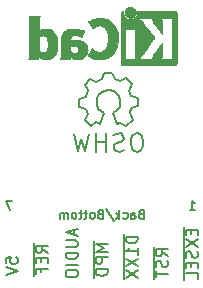
<source format=gbo>
%TF.GenerationSoftware,KiCad,Pcbnew,4.0.2+dfsg1-stable*%
%TF.CreationDate,2019-04-14T21:57:52+02:00*%
%TF.ProjectId,ECI-Breakout,4543492D427265616B6F75742E6B6963,rev?*%
%TF.FileFunction,Legend,Bot*%
%FSLAX46Y46*%
G04 Gerber Fmt 4.6, Leading zero omitted, Abs format (unit mm)*
G04 Created by KiCad (PCBNEW 4.0.2+dfsg1-stable) date Sun 14 Apr 2019 21:57:52 CEST*
%MOMM*%
G01*
G04 APERTURE LIST*
%ADD10C,0.100000*%
%ADD11C,0.010000*%
%ADD12C,0.150000*%
G04 APERTURE END LIST*
D10*
D11*
G36*
X135026400Y-89437054D02*
X135015535Y-89550993D01*
X134983918Y-89658616D01*
X134933015Y-89757615D01*
X134864293Y-89845684D01*
X134779219Y-89920516D01*
X134682232Y-89978384D01*
X134575964Y-90018005D01*
X134468950Y-90036573D01*
X134363300Y-90035434D01*
X134261125Y-90015930D01*
X134164534Y-89979406D01*
X134075638Y-89927205D01*
X133996546Y-89860673D01*
X133929369Y-89781152D01*
X133876217Y-89689987D01*
X133839199Y-89588523D01*
X133820427Y-89478102D01*
X133818489Y-89428206D01*
X133818489Y-89340267D01*
X133766560Y-89340267D01*
X133730253Y-89343111D01*
X133703355Y-89354911D01*
X133676249Y-89378649D01*
X133637867Y-89417031D01*
X133637867Y-91608602D01*
X133637876Y-91870739D01*
X133637908Y-92111241D01*
X133637972Y-92331048D01*
X133638076Y-92531101D01*
X133638227Y-92712344D01*
X133638434Y-92875716D01*
X133638706Y-93022160D01*
X133639050Y-93152617D01*
X133639474Y-93268029D01*
X133639987Y-93369338D01*
X133640597Y-93457484D01*
X133641312Y-93533410D01*
X133642140Y-93598057D01*
X133643089Y-93652367D01*
X133644167Y-93697280D01*
X133645383Y-93733740D01*
X133646745Y-93762687D01*
X133648261Y-93785063D01*
X133649938Y-93801809D01*
X133651786Y-93813868D01*
X133653813Y-93822180D01*
X133656025Y-93827687D01*
X133657108Y-93829537D01*
X133661271Y-93836549D01*
X133664805Y-93842996D01*
X133668635Y-93848900D01*
X133673682Y-93854286D01*
X133680871Y-93859178D01*
X133691123Y-93863598D01*
X133705364Y-93867572D01*
X133724514Y-93871121D01*
X133749499Y-93874270D01*
X133781240Y-93877042D01*
X133820662Y-93879461D01*
X133868686Y-93881551D01*
X133926237Y-93883335D01*
X133994237Y-93884837D01*
X134073610Y-93886080D01*
X134165279Y-93887089D01*
X134270166Y-93887885D01*
X134389196Y-93888494D01*
X134523290Y-93888939D01*
X134673373Y-93889243D01*
X134840367Y-93889430D01*
X135025196Y-93889524D01*
X135228783Y-93889548D01*
X135452050Y-93889525D01*
X135695922Y-93889480D01*
X135961321Y-93889437D01*
X135999704Y-93889432D01*
X136266682Y-93889389D01*
X136512002Y-93889318D01*
X136736583Y-93889213D01*
X136941345Y-93889066D01*
X137127206Y-93888869D01*
X137295088Y-93888616D01*
X137445908Y-93888300D01*
X137580587Y-93887913D01*
X137700044Y-93887447D01*
X137805199Y-93886897D01*
X137896971Y-93886253D01*
X137976279Y-93885511D01*
X138044043Y-93884661D01*
X138101182Y-93883697D01*
X138148617Y-93882611D01*
X138187266Y-93881397D01*
X138218049Y-93880047D01*
X138241885Y-93878555D01*
X138259694Y-93876911D01*
X138272395Y-93875111D01*
X138280908Y-93873145D01*
X138285266Y-93871477D01*
X138293728Y-93867906D01*
X138301497Y-93865270D01*
X138308602Y-93862634D01*
X138315073Y-93859062D01*
X138320939Y-93853621D01*
X138326229Y-93845375D01*
X138330974Y-93833390D01*
X138335202Y-93816731D01*
X138338943Y-93794463D01*
X138342227Y-93765652D01*
X138345083Y-93729363D01*
X138347540Y-93684661D01*
X138349629Y-93630611D01*
X138351378Y-93566279D01*
X138352817Y-93490730D01*
X138353976Y-93403030D01*
X138354883Y-93302243D01*
X138355569Y-93187434D01*
X138356063Y-93057670D01*
X138356395Y-92912015D01*
X138356593Y-92749535D01*
X138356687Y-92569295D01*
X138356708Y-92370360D01*
X138356685Y-92151796D01*
X138356646Y-91912668D01*
X138356622Y-91652040D01*
X138356622Y-91609889D01*
X138356636Y-91346992D01*
X138356661Y-91105732D01*
X138356671Y-90885165D01*
X138356642Y-90684352D01*
X138356548Y-90502349D01*
X138356362Y-90338216D01*
X138356059Y-90191011D01*
X138355614Y-90059792D01*
X138355034Y-89949867D01*
X138052197Y-89949867D01*
X138012407Y-90007711D01*
X138001236Y-90023479D01*
X137991166Y-90037441D01*
X137982138Y-90050784D01*
X137974097Y-90064693D01*
X137966986Y-90080356D01*
X137960747Y-90098958D01*
X137955325Y-90121686D01*
X137950662Y-90149727D01*
X137946701Y-90184267D01*
X137943385Y-90226492D01*
X137940659Y-90277589D01*
X137938464Y-90338744D01*
X137936745Y-90411144D01*
X137935444Y-90495975D01*
X137934505Y-90594422D01*
X137933870Y-90707674D01*
X137933484Y-90836916D01*
X137933288Y-90983334D01*
X137933227Y-91148116D01*
X137933243Y-91332447D01*
X137933280Y-91537513D01*
X137933289Y-91660133D01*
X137933265Y-91877082D01*
X137933231Y-92072642D01*
X137933243Y-92247999D01*
X137933358Y-92404341D01*
X137933630Y-92542857D01*
X137934118Y-92664734D01*
X137934876Y-92771160D01*
X137935962Y-92863322D01*
X137937431Y-92942409D01*
X137939340Y-93009608D01*
X137941744Y-93066107D01*
X137944701Y-93113093D01*
X137948266Y-93151755D01*
X137952495Y-93183280D01*
X137957446Y-93208855D01*
X137963173Y-93229670D01*
X137969733Y-93246911D01*
X137977183Y-93261765D01*
X137985579Y-93275422D01*
X137994976Y-93289069D01*
X138005432Y-93303893D01*
X138011523Y-93312783D01*
X138050296Y-93370400D01*
X137518732Y-93370400D01*
X137395483Y-93370365D01*
X137292987Y-93370215D01*
X137209420Y-93369878D01*
X137142956Y-93369286D01*
X137091771Y-93368367D01*
X137054041Y-93367051D01*
X137027940Y-93365269D01*
X137011644Y-93362951D01*
X137003328Y-93360026D01*
X137001168Y-93356424D01*
X137003339Y-93352075D01*
X137004535Y-93350645D01*
X137029685Y-93313573D01*
X137055583Y-93260772D01*
X137079192Y-93198770D01*
X137087461Y-93172357D01*
X137092078Y-93154416D01*
X137095979Y-93133355D01*
X137099248Y-93107089D01*
X137101966Y-93073532D01*
X137104215Y-93030599D01*
X137106077Y-92976204D01*
X137107636Y-92908262D01*
X137108972Y-92824688D01*
X137110169Y-92723395D01*
X137111308Y-92602300D01*
X137111685Y-92557600D01*
X137112702Y-92432449D01*
X137113460Y-92328082D01*
X137113903Y-92242707D01*
X137113970Y-92174533D01*
X137113605Y-92121765D01*
X137112748Y-92082614D01*
X137111341Y-92055285D01*
X137109325Y-92037986D01*
X137106643Y-92028926D01*
X137103236Y-92026312D01*
X137099044Y-92028351D01*
X137094571Y-92032667D01*
X137084216Y-92045602D01*
X137062158Y-92074676D01*
X137029957Y-92117759D01*
X136989174Y-92172718D01*
X136941370Y-92237423D01*
X136888105Y-92309742D01*
X136830940Y-92387544D01*
X136771437Y-92468698D01*
X136711155Y-92551072D01*
X136651655Y-92632536D01*
X136594498Y-92710957D01*
X136541245Y-92784204D01*
X136493457Y-92850147D01*
X136452693Y-92906654D01*
X136420516Y-92951593D01*
X136398485Y-92982834D01*
X136393917Y-92989466D01*
X136370996Y-93026369D01*
X136344188Y-93074359D01*
X136318789Y-93123897D01*
X136315568Y-93130577D01*
X136293890Y-93178772D01*
X136281304Y-93216334D01*
X136275574Y-93252160D01*
X136274456Y-93294200D01*
X136275090Y-93370400D01*
X135120651Y-93370400D01*
X135211815Y-93276669D01*
X135258612Y-93226775D01*
X135308899Y-93170295D01*
X135354944Y-93116026D01*
X135375369Y-93090673D01*
X135405807Y-93051128D01*
X135445862Y-92997916D01*
X135494361Y-92932667D01*
X135550135Y-92857011D01*
X135612011Y-92772577D01*
X135678819Y-92680994D01*
X135749387Y-92583892D01*
X135822545Y-92482901D01*
X135897121Y-92379650D01*
X135971944Y-92275768D01*
X136045843Y-92172885D01*
X136117646Y-92072631D01*
X136186184Y-91976636D01*
X136250284Y-91886527D01*
X136308775Y-91803936D01*
X136360486Y-91730492D01*
X136404247Y-91667824D01*
X136438885Y-91617561D01*
X136463230Y-91581334D01*
X136476111Y-91560771D01*
X136477869Y-91556668D01*
X136469910Y-91545342D01*
X136449115Y-91518162D01*
X136416847Y-91476829D01*
X136374470Y-91423044D01*
X136323347Y-91358506D01*
X136264841Y-91284918D01*
X136200314Y-91203978D01*
X136131131Y-91117388D01*
X136058653Y-91026848D01*
X135984246Y-90934060D01*
X135924517Y-90859702D01*
X134913511Y-90859702D01*
X134907602Y-90872659D01*
X134893272Y-90894908D01*
X134892225Y-90896391D01*
X134873438Y-90926544D01*
X134853791Y-90963375D01*
X134849892Y-90971511D01*
X134846356Y-90979940D01*
X134843230Y-90990059D01*
X134840486Y-91003260D01*
X134838092Y-91020938D01*
X134836019Y-91044484D01*
X134834235Y-91075293D01*
X134832712Y-91114757D01*
X134831419Y-91164269D01*
X134830326Y-91225223D01*
X134829403Y-91299011D01*
X134828619Y-91387028D01*
X134827945Y-91490665D01*
X134827350Y-91611316D01*
X134826805Y-91750374D01*
X134826279Y-91909232D01*
X134825745Y-92088089D01*
X134825206Y-92273207D01*
X134824772Y-92437145D01*
X134824509Y-92581303D01*
X134824484Y-92707079D01*
X134824765Y-92815871D01*
X134825419Y-92909077D01*
X134826514Y-92988097D01*
X134828118Y-93054328D01*
X134830297Y-93109170D01*
X134833119Y-93154021D01*
X134836651Y-93190278D01*
X134840961Y-93219341D01*
X134846117Y-93242609D01*
X134852185Y-93261479D01*
X134859233Y-93277351D01*
X134867329Y-93291622D01*
X134876540Y-93305691D01*
X134885040Y-93318158D01*
X134902176Y-93344452D01*
X134912322Y-93362037D01*
X134913511Y-93365257D01*
X134902604Y-93366334D01*
X134871411Y-93367335D01*
X134822223Y-93368235D01*
X134757333Y-93369010D01*
X134679030Y-93369637D01*
X134589607Y-93370091D01*
X134491356Y-93370349D01*
X134422445Y-93370400D01*
X134317452Y-93370180D01*
X134220610Y-93369548D01*
X134134107Y-93368549D01*
X134060132Y-93367227D01*
X134000874Y-93365626D01*
X133958520Y-93363791D01*
X133935260Y-93361765D01*
X133931378Y-93360493D01*
X133939076Y-93345591D01*
X133947074Y-93337560D01*
X133960246Y-93320434D01*
X133977485Y-93290183D01*
X133989407Y-93265622D01*
X134016045Y-93206711D01*
X134019120Y-92029845D01*
X134022195Y-90852978D01*
X134467853Y-90852978D01*
X134565670Y-90853142D01*
X134656064Y-90853611D01*
X134736630Y-90854347D01*
X134804962Y-90855316D01*
X134858656Y-90856480D01*
X134895305Y-90857803D01*
X134912504Y-90859249D01*
X134913511Y-90859702D01*
X135924517Y-90859702D01*
X135909270Y-90840722D01*
X135835090Y-90748537D01*
X135763069Y-90659204D01*
X135694569Y-90574424D01*
X135630955Y-90495898D01*
X135573588Y-90425326D01*
X135523833Y-90364409D01*
X135483052Y-90314847D01*
X135465888Y-90294178D01*
X135379596Y-90193516D01*
X135302997Y-90110259D01*
X135234183Y-90042438D01*
X135171248Y-89988089D01*
X135161867Y-89980722D01*
X135122356Y-89950117D01*
X136254116Y-89949867D01*
X136248827Y-89997844D01*
X136252130Y-90055188D01*
X136273661Y-90123463D01*
X136313635Y-90203212D01*
X136358943Y-90275495D01*
X136375161Y-90298140D01*
X136403214Y-90335696D01*
X136441430Y-90386021D01*
X136488137Y-90446973D01*
X136541661Y-90516411D01*
X136600331Y-90592194D01*
X136662475Y-90672180D01*
X136726421Y-90754228D01*
X136790495Y-90836196D01*
X136853027Y-90915943D01*
X136912343Y-90991327D01*
X136966771Y-91060207D01*
X137014639Y-91120442D01*
X137054275Y-91169889D01*
X137084006Y-91206408D01*
X137102161Y-91227858D01*
X137105220Y-91231156D01*
X137108079Y-91223149D01*
X137110293Y-91192855D01*
X137111857Y-91140556D01*
X137112767Y-91066531D01*
X137113020Y-90971063D01*
X137112613Y-90854434D01*
X137111704Y-90734445D01*
X137110382Y-90602333D01*
X137108857Y-90490594D01*
X137106881Y-90397025D01*
X137104206Y-90319419D01*
X137100582Y-90255574D01*
X137095761Y-90203283D01*
X137089494Y-90160344D01*
X137081532Y-90124551D01*
X137071627Y-90093700D01*
X137059531Y-90065586D01*
X137044993Y-90038005D01*
X137030311Y-90012966D01*
X136992314Y-89949867D01*
X138052197Y-89949867D01*
X138355034Y-89949867D01*
X138355001Y-89943617D01*
X138354195Y-89841544D01*
X138353170Y-89752633D01*
X138351900Y-89675941D01*
X138350360Y-89610527D01*
X138348524Y-89555449D01*
X138346367Y-89509765D01*
X138343863Y-89472534D01*
X138340987Y-89442813D01*
X138337713Y-89419662D01*
X138334015Y-89402139D01*
X138329869Y-89389301D01*
X138325247Y-89380208D01*
X138320126Y-89373918D01*
X138314478Y-89369488D01*
X138308279Y-89365978D01*
X138301504Y-89362445D01*
X138295508Y-89358876D01*
X138290275Y-89356300D01*
X138282099Y-89353972D01*
X138269886Y-89351878D01*
X138252541Y-89350007D01*
X138228969Y-89348347D01*
X138198077Y-89346884D01*
X138158768Y-89345608D01*
X138109950Y-89344504D01*
X138050527Y-89343561D01*
X137979404Y-89342767D01*
X137895488Y-89342109D01*
X137797683Y-89341575D01*
X137684894Y-89341153D01*
X137556029Y-89340829D01*
X137409991Y-89340592D01*
X137245686Y-89340430D01*
X137062020Y-89340330D01*
X136857897Y-89340280D01*
X136646753Y-89340267D01*
X135026400Y-89340267D01*
X135026400Y-89437054D01*
X135026400Y-89437054D01*
G37*
X135026400Y-89437054D02*
X135015535Y-89550993D01*
X134983918Y-89658616D01*
X134933015Y-89757615D01*
X134864293Y-89845684D01*
X134779219Y-89920516D01*
X134682232Y-89978384D01*
X134575964Y-90018005D01*
X134468950Y-90036573D01*
X134363300Y-90035434D01*
X134261125Y-90015930D01*
X134164534Y-89979406D01*
X134075638Y-89927205D01*
X133996546Y-89860673D01*
X133929369Y-89781152D01*
X133876217Y-89689987D01*
X133839199Y-89588523D01*
X133820427Y-89478102D01*
X133818489Y-89428206D01*
X133818489Y-89340267D01*
X133766560Y-89340267D01*
X133730253Y-89343111D01*
X133703355Y-89354911D01*
X133676249Y-89378649D01*
X133637867Y-89417031D01*
X133637867Y-91608602D01*
X133637876Y-91870739D01*
X133637908Y-92111241D01*
X133637972Y-92331048D01*
X133638076Y-92531101D01*
X133638227Y-92712344D01*
X133638434Y-92875716D01*
X133638706Y-93022160D01*
X133639050Y-93152617D01*
X133639474Y-93268029D01*
X133639987Y-93369338D01*
X133640597Y-93457484D01*
X133641312Y-93533410D01*
X133642140Y-93598057D01*
X133643089Y-93652367D01*
X133644167Y-93697280D01*
X133645383Y-93733740D01*
X133646745Y-93762687D01*
X133648261Y-93785063D01*
X133649938Y-93801809D01*
X133651786Y-93813868D01*
X133653813Y-93822180D01*
X133656025Y-93827687D01*
X133657108Y-93829537D01*
X133661271Y-93836549D01*
X133664805Y-93842996D01*
X133668635Y-93848900D01*
X133673682Y-93854286D01*
X133680871Y-93859178D01*
X133691123Y-93863598D01*
X133705364Y-93867572D01*
X133724514Y-93871121D01*
X133749499Y-93874270D01*
X133781240Y-93877042D01*
X133820662Y-93879461D01*
X133868686Y-93881551D01*
X133926237Y-93883335D01*
X133994237Y-93884837D01*
X134073610Y-93886080D01*
X134165279Y-93887089D01*
X134270166Y-93887885D01*
X134389196Y-93888494D01*
X134523290Y-93888939D01*
X134673373Y-93889243D01*
X134840367Y-93889430D01*
X135025196Y-93889524D01*
X135228783Y-93889548D01*
X135452050Y-93889525D01*
X135695922Y-93889480D01*
X135961321Y-93889437D01*
X135999704Y-93889432D01*
X136266682Y-93889389D01*
X136512002Y-93889318D01*
X136736583Y-93889213D01*
X136941345Y-93889066D01*
X137127206Y-93888869D01*
X137295088Y-93888616D01*
X137445908Y-93888300D01*
X137580587Y-93887913D01*
X137700044Y-93887447D01*
X137805199Y-93886897D01*
X137896971Y-93886253D01*
X137976279Y-93885511D01*
X138044043Y-93884661D01*
X138101182Y-93883697D01*
X138148617Y-93882611D01*
X138187266Y-93881397D01*
X138218049Y-93880047D01*
X138241885Y-93878555D01*
X138259694Y-93876911D01*
X138272395Y-93875111D01*
X138280908Y-93873145D01*
X138285266Y-93871477D01*
X138293728Y-93867906D01*
X138301497Y-93865270D01*
X138308602Y-93862634D01*
X138315073Y-93859062D01*
X138320939Y-93853621D01*
X138326229Y-93845375D01*
X138330974Y-93833390D01*
X138335202Y-93816731D01*
X138338943Y-93794463D01*
X138342227Y-93765652D01*
X138345083Y-93729363D01*
X138347540Y-93684661D01*
X138349629Y-93630611D01*
X138351378Y-93566279D01*
X138352817Y-93490730D01*
X138353976Y-93403030D01*
X138354883Y-93302243D01*
X138355569Y-93187434D01*
X138356063Y-93057670D01*
X138356395Y-92912015D01*
X138356593Y-92749535D01*
X138356687Y-92569295D01*
X138356708Y-92370360D01*
X138356685Y-92151796D01*
X138356646Y-91912668D01*
X138356622Y-91652040D01*
X138356622Y-91609889D01*
X138356636Y-91346992D01*
X138356661Y-91105732D01*
X138356671Y-90885165D01*
X138356642Y-90684352D01*
X138356548Y-90502349D01*
X138356362Y-90338216D01*
X138356059Y-90191011D01*
X138355614Y-90059792D01*
X138355034Y-89949867D01*
X138052197Y-89949867D01*
X138012407Y-90007711D01*
X138001236Y-90023479D01*
X137991166Y-90037441D01*
X137982138Y-90050784D01*
X137974097Y-90064693D01*
X137966986Y-90080356D01*
X137960747Y-90098958D01*
X137955325Y-90121686D01*
X137950662Y-90149727D01*
X137946701Y-90184267D01*
X137943385Y-90226492D01*
X137940659Y-90277589D01*
X137938464Y-90338744D01*
X137936745Y-90411144D01*
X137935444Y-90495975D01*
X137934505Y-90594422D01*
X137933870Y-90707674D01*
X137933484Y-90836916D01*
X137933288Y-90983334D01*
X137933227Y-91148116D01*
X137933243Y-91332447D01*
X137933280Y-91537513D01*
X137933289Y-91660133D01*
X137933265Y-91877082D01*
X137933231Y-92072642D01*
X137933243Y-92247999D01*
X137933358Y-92404341D01*
X137933630Y-92542857D01*
X137934118Y-92664734D01*
X137934876Y-92771160D01*
X137935962Y-92863322D01*
X137937431Y-92942409D01*
X137939340Y-93009608D01*
X137941744Y-93066107D01*
X137944701Y-93113093D01*
X137948266Y-93151755D01*
X137952495Y-93183280D01*
X137957446Y-93208855D01*
X137963173Y-93229670D01*
X137969733Y-93246911D01*
X137977183Y-93261765D01*
X137985579Y-93275422D01*
X137994976Y-93289069D01*
X138005432Y-93303893D01*
X138011523Y-93312783D01*
X138050296Y-93370400D01*
X137518732Y-93370400D01*
X137395483Y-93370365D01*
X137292987Y-93370215D01*
X137209420Y-93369878D01*
X137142956Y-93369286D01*
X137091771Y-93368367D01*
X137054041Y-93367051D01*
X137027940Y-93365269D01*
X137011644Y-93362951D01*
X137003328Y-93360026D01*
X137001168Y-93356424D01*
X137003339Y-93352075D01*
X137004535Y-93350645D01*
X137029685Y-93313573D01*
X137055583Y-93260772D01*
X137079192Y-93198770D01*
X137087461Y-93172357D01*
X137092078Y-93154416D01*
X137095979Y-93133355D01*
X137099248Y-93107089D01*
X137101966Y-93073532D01*
X137104215Y-93030599D01*
X137106077Y-92976204D01*
X137107636Y-92908262D01*
X137108972Y-92824688D01*
X137110169Y-92723395D01*
X137111308Y-92602300D01*
X137111685Y-92557600D01*
X137112702Y-92432449D01*
X137113460Y-92328082D01*
X137113903Y-92242707D01*
X137113970Y-92174533D01*
X137113605Y-92121765D01*
X137112748Y-92082614D01*
X137111341Y-92055285D01*
X137109325Y-92037986D01*
X137106643Y-92028926D01*
X137103236Y-92026312D01*
X137099044Y-92028351D01*
X137094571Y-92032667D01*
X137084216Y-92045602D01*
X137062158Y-92074676D01*
X137029957Y-92117759D01*
X136989174Y-92172718D01*
X136941370Y-92237423D01*
X136888105Y-92309742D01*
X136830940Y-92387544D01*
X136771437Y-92468698D01*
X136711155Y-92551072D01*
X136651655Y-92632536D01*
X136594498Y-92710957D01*
X136541245Y-92784204D01*
X136493457Y-92850147D01*
X136452693Y-92906654D01*
X136420516Y-92951593D01*
X136398485Y-92982834D01*
X136393917Y-92989466D01*
X136370996Y-93026369D01*
X136344188Y-93074359D01*
X136318789Y-93123897D01*
X136315568Y-93130577D01*
X136293890Y-93178772D01*
X136281304Y-93216334D01*
X136275574Y-93252160D01*
X136274456Y-93294200D01*
X136275090Y-93370400D01*
X135120651Y-93370400D01*
X135211815Y-93276669D01*
X135258612Y-93226775D01*
X135308899Y-93170295D01*
X135354944Y-93116026D01*
X135375369Y-93090673D01*
X135405807Y-93051128D01*
X135445862Y-92997916D01*
X135494361Y-92932667D01*
X135550135Y-92857011D01*
X135612011Y-92772577D01*
X135678819Y-92680994D01*
X135749387Y-92583892D01*
X135822545Y-92482901D01*
X135897121Y-92379650D01*
X135971944Y-92275768D01*
X136045843Y-92172885D01*
X136117646Y-92072631D01*
X136186184Y-91976636D01*
X136250284Y-91886527D01*
X136308775Y-91803936D01*
X136360486Y-91730492D01*
X136404247Y-91667824D01*
X136438885Y-91617561D01*
X136463230Y-91581334D01*
X136476111Y-91560771D01*
X136477869Y-91556668D01*
X136469910Y-91545342D01*
X136449115Y-91518162D01*
X136416847Y-91476829D01*
X136374470Y-91423044D01*
X136323347Y-91358506D01*
X136264841Y-91284918D01*
X136200314Y-91203978D01*
X136131131Y-91117388D01*
X136058653Y-91026848D01*
X135984246Y-90934060D01*
X135924517Y-90859702D01*
X134913511Y-90859702D01*
X134907602Y-90872659D01*
X134893272Y-90894908D01*
X134892225Y-90896391D01*
X134873438Y-90926544D01*
X134853791Y-90963375D01*
X134849892Y-90971511D01*
X134846356Y-90979940D01*
X134843230Y-90990059D01*
X134840486Y-91003260D01*
X134838092Y-91020938D01*
X134836019Y-91044484D01*
X134834235Y-91075293D01*
X134832712Y-91114757D01*
X134831419Y-91164269D01*
X134830326Y-91225223D01*
X134829403Y-91299011D01*
X134828619Y-91387028D01*
X134827945Y-91490665D01*
X134827350Y-91611316D01*
X134826805Y-91750374D01*
X134826279Y-91909232D01*
X134825745Y-92088089D01*
X134825206Y-92273207D01*
X134824772Y-92437145D01*
X134824509Y-92581303D01*
X134824484Y-92707079D01*
X134824765Y-92815871D01*
X134825419Y-92909077D01*
X134826514Y-92988097D01*
X134828118Y-93054328D01*
X134830297Y-93109170D01*
X134833119Y-93154021D01*
X134836651Y-93190278D01*
X134840961Y-93219341D01*
X134846117Y-93242609D01*
X134852185Y-93261479D01*
X134859233Y-93277351D01*
X134867329Y-93291622D01*
X134876540Y-93305691D01*
X134885040Y-93318158D01*
X134902176Y-93344452D01*
X134912322Y-93362037D01*
X134913511Y-93365257D01*
X134902604Y-93366334D01*
X134871411Y-93367335D01*
X134822223Y-93368235D01*
X134757333Y-93369010D01*
X134679030Y-93369637D01*
X134589607Y-93370091D01*
X134491356Y-93370349D01*
X134422445Y-93370400D01*
X134317452Y-93370180D01*
X134220610Y-93369548D01*
X134134107Y-93368549D01*
X134060132Y-93367227D01*
X134000874Y-93365626D01*
X133958520Y-93363791D01*
X133935260Y-93361765D01*
X133931378Y-93360493D01*
X133939076Y-93345591D01*
X133947074Y-93337560D01*
X133960246Y-93320434D01*
X133977485Y-93290183D01*
X133989407Y-93265622D01*
X134016045Y-93206711D01*
X134019120Y-92029845D01*
X134022195Y-90852978D01*
X134467853Y-90852978D01*
X134565670Y-90853142D01*
X134656064Y-90853611D01*
X134736630Y-90854347D01*
X134804962Y-90855316D01*
X134858656Y-90856480D01*
X134895305Y-90857803D01*
X134912504Y-90859249D01*
X134913511Y-90859702D01*
X135924517Y-90859702D01*
X135909270Y-90840722D01*
X135835090Y-90748537D01*
X135763069Y-90659204D01*
X135694569Y-90574424D01*
X135630955Y-90495898D01*
X135573588Y-90425326D01*
X135523833Y-90364409D01*
X135483052Y-90314847D01*
X135465888Y-90294178D01*
X135379596Y-90193516D01*
X135302997Y-90110259D01*
X135234183Y-90042438D01*
X135171248Y-89988089D01*
X135161867Y-89980722D01*
X135122356Y-89950117D01*
X136254116Y-89949867D01*
X136248827Y-89997844D01*
X136252130Y-90055188D01*
X136273661Y-90123463D01*
X136313635Y-90203212D01*
X136358943Y-90275495D01*
X136375161Y-90298140D01*
X136403214Y-90335696D01*
X136441430Y-90386021D01*
X136488137Y-90446973D01*
X136541661Y-90516411D01*
X136600331Y-90592194D01*
X136662475Y-90672180D01*
X136726421Y-90754228D01*
X136790495Y-90836196D01*
X136853027Y-90915943D01*
X136912343Y-90991327D01*
X136966771Y-91060207D01*
X137014639Y-91120442D01*
X137054275Y-91169889D01*
X137084006Y-91206408D01*
X137102161Y-91227858D01*
X137105220Y-91231156D01*
X137108079Y-91223149D01*
X137110293Y-91192855D01*
X137111857Y-91140556D01*
X137112767Y-91066531D01*
X137113020Y-90971063D01*
X137112613Y-90854434D01*
X137111704Y-90734445D01*
X137110382Y-90602333D01*
X137108857Y-90490594D01*
X137106881Y-90397025D01*
X137104206Y-90319419D01*
X137100582Y-90255574D01*
X137095761Y-90203283D01*
X137089494Y-90160344D01*
X137081532Y-90124551D01*
X137071627Y-90093700D01*
X137059531Y-90065586D01*
X137044993Y-90038005D01*
X137030311Y-90012966D01*
X136992314Y-89949867D01*
X138052197Y-89949867D01*
X138355034Y-89949867D01*
X138355001Y-89943617D01*
X138354195Y-89841544D01*
X138353170Y-89752633D01*
X138351900Y-89675941D01*
X138350360Y-89610527D01*
X138348524Y-89555449D01*
X138346367Y-89509765D01*
X138343863Y-89472534D01*
X138340987Y-89442813D01*
X138337713Y-89419662D01*
X138334015Y-89402139D01*
X138329869Y-89389301D01*
X138325247Y-89380208D01*
X138320126Y-89373918D01*
X138314478Y-89369488D01*
X138308279Y-89365978D01*
X138301504Y-89362445D01*
X138295508Y-89358876D01*
X138290275Y-89356300D01*
X138282099Y-89353972D01*
X138269886Y-89351878D01*
X138252541Y-89350007D01*
X138228969Y-89348347D01*
X138198077Y-89346884D01*
X138158768Y-89345608D01*
X138109950Y-89344504D01*
X138050527Y-89343561D01*
X137979404Y-89342767D01*
X137895488Y-89342109D01*
X137797683Y-89341575D01*
X137684894Y-89341153D01*
X137556029Y-89340829D01*
X137409991Y-89340592D01*
X137245686Y-89340430D01*
X137062020Y-89340330D01*
X136857897Y-89340280D01*
X136646753Y-89340267D01*
X135026400Y-89340267D01*
X135026400Y-89437054D01*
G36*
X131751571Y-89897071D02*
X131591430Y-89918245D01*
X131427490Y-89958385D01*
X131257687Y-90017889D01*
X131079957Y-90097154D01*
X131068690Y-90102699D01*
X131010995Y-90130725D01*
X130959448Y-90154802D01*
X130917809Y-90173249D01*
X130889838Y-90184386D01*
X130880267Y-90186933D01*
X130861050Y-90191941D01*
X130856439Y-90196147D01*
X130861542Y-90206580D01*
X130877582Y-90232868D01*
X130902712Y-90272257D01*
X130935086Y-90321991D01*
X130972857Y-90379315D01*
X131014178Y-90441476D01*
X131057202Y-90505718D01*
X131100083Y-90569285D01*
X131140974Y-90629425D01*
X131178029Y-90683380D01*
X131209400Y-90728397D01*
X131233241Y-90761721D01*
X131247706Y-90780597D01*
X131249691Y-90782787D01*
X131259809Y-90778138D01*
X131282150Y-90760962D01*
X131312720Y-90734440D01*
X131328464Y-90719964D01*
X131424953Y-90644682D01*
X131531664Y-90589241D01*
X131647168Y-90554141D01*
X131770038Y-90539880D01*
X131839439Y-90541051D01*
X131960577Y-90558212D01*
X132069795Y-90594094D01*
X132167418Y-90648959D01*
X132253772Y-90723070D01*
X132329185Y-90816688D01*
X132393982Y-90930076D01*
X132431399Y-91016667D01*
X132475252Y-91152366D01*
X132507572Y-91299850D01*
X132528443Y-91455314D01*
X132537949Y-91614956D01*
X132536173Y-91774973D01*
X132523197Y-91931561D01*
X132499106Y-92080918D01*
X132463982Y-92219240D01*
X132417908Y-92342724D01*
X132401627Y-92376978D01*
X132333380Y-92491064D01*
X132252921Y-92587557D01*
X132161430Y-92665670D01*
X132060089Y-92724617D01*
X131950080Y-92763612D01*
X131832585Y-92781868D01*
X131791117Y-92783211D01*
X131669559Y-92772290D01*
X131549122Y-92739474D01*
X131431334Y-92685439D01*
X131317723Y-92610865D01*
X131226315Y-92532539D01*
X131179785Y-92488008D01*
X130998517Y-92785271D01*
X130953420Y-92859433D01*
X130912181Y-92927646D01*
X130876265Y-92987459D01*
X130847134Y-93036420D01*
X130826250Y-93072079D01*
X130815076Y-93091984D01*
X130813625Y-93095079D01*
X130821854Y-93104718D01*
X130847433Y-93121999D01*
X130887127Y-93145283D01*
X130937703Y-93172934D01*
X130995926Y-93203315D01*
X131058563Y-93234790D01*
X131122379Y-93265722D01*
X131184140Y-93294473D01*
X131240612Y-93319408D01*
X131288562Y-93338889D01*
X131312014Y-93347318D01*
X131445779Y-93385133D01*
X131583673Y-93410136D01*
X131731378Y-93423140D01*
X131858167Y-93425468D01*
X131926122Y-93424373D01*
X131991723Y-93422275D01*
X132049153Y-93419434D01*
X132092597Y-93416106D01*
X132106702Y-93414422D01*
X132245716Y-93385587D01*
X132387243Y-93340468D01*
X132524725Y-93281750D01*
X132651606Y-93212120D01*
X132729111Y-93159441D01*
X132856519Y-93051239D01*
X132974822Y-92924671D01*
X133081828Y-92782866D01*
X133175348Y-92628951D01*
X133253190Y-92466053D01*
X133297044Y-92348756D01*
X133347292Y-92165128D01*
X133380791Y-91970581D01*
X133397551Y-91769325D01*
X133397584Y-91565568D01*
X133380899Y-91363521D01*
X133347507Y-91167392D01*
X133297420Y-90981391D01*
X133293603Y-90969803D01*
X133230719Y-90807750D01*
X133153972Y-90659832D01*
X133060758Y-90521865D01*
X132948473Y-90389661D01*
X132904608Y-90344399D01*
X132768466Y-90220457D01*
X132628509Y-90117915D01*
X132482589Y-90035656D01*
X132328558Y-89972564D01*
X132164268Y-89927523D01*
X132068711Y-89910033D01*
X131909977Y-89894466D01*
X131751571Y-89897071D01*
X131751571Y-89897071D01*
G37*
X131751571Y-89897071D02*
X131591430Y-89918245D01*
X131427490Y-89958385D01*
X131257687Y-90017889D01*
X131079957Y-90097154D01*
X131068690Y-90102699D01*
X131010995Y-90130725D01*
X130959448Y-90154802D01*
X130917809Y-90173249D01*
X130889838Y-90184386D01*
X130880267Y-90186933D01*
X130861050Y-90191941D01*
X130856439Y-90196147D01*
X130861542Y-90206580D01*
X130877582Y-90232868D01*
X130902712Y-90272257D01*
X130935086Y-90321991D01*
X130972857Y-90379315D01*
X131014178Y-90441476D01*
X131057202Y-90505718D01*
X131100083Y-90569285D01*
X131140974Y-90629425D01*
X131178029Y-90683380D01*
X131209400Y-90728397D01*
X131233241Y-90761721D01*
X131247706Y-90780597D01*
X131249691Y-90782787D01*
X131259809Y-90778138D01*
X131282150Y-90760962D01*
X131312720Y-90734440D01*
X131328464Y-90719964D01*
X131424953Y-90644682D01*
X131531664Y-90589241D01*
X131647168Y-90554141D01*
X131770038Y-90539880D01*
X131839439Y-90541051D01*
X131960577Y-90558212D01*
X132069795Y-90594094D01*
X132167418Y-90648959D01*
X132253772Y-90723070D01*
X132329185Y-90816688D01*
X132393982Y-90930076D01*
X132431399Y-91016667D01*
X132475252Y-91152366D01*
X132507572Y-91299850D01*
X132528443Y-91455314D01*
X132537949Y-91614956D01*
X132536173Y-91774973D01*
X132523197Y-91931561D01*
X132499106Y-92080918D01*
X132463982Y-92219240D01*
X132417908Y-92342724D01*
X132401627Y-92376978D01*
X132333380Y-92491064D01*
X132252921Y-92587557D01*
X132161430Y-92665670D01*
X132060089Y-92724617D01*
X131950080Y-92763612D01*
X131832585Y-92781868D01*
X131791117Y-92783211D01*
X131669559Y-92772290D01*
X131549122Y-92739474D01*
X131431334Y-92685439D01*
X131317723Y-92610865D01*
X131226315Y-92532539D01*
X131179785Y-92488008D01*
X130998517Y-92785271D01*
X130953420Y-92859433D01*
X130912181Y-92927646D01*
X130876265Y-92987459D01*
X130847134Y-93036420D01*
X130826250Y-93072079D01*
X130815076Y-93091984D01*
X130813625Y-93095079D01*
X130821854Y-93104718D01*
X130847433Y-93121999D01*
X130887127Y-93145283D01*
X130937703Y-93172934D01*
X130995926Y-93203315D01*
X131058563Y-93234790D01*
X131122379Y-93265722D01*
X131184140Y-93294473D01*
X131240612Y-93319408D01*
X131288562Y-93338889D01*
X131312014Y-93347318D01*
X131445779Y-93385133D01*
X131583673Y-93410136D01*
X131731378Y-93423140D01*
X131858167Y-93425468D01*
X131926122Y-93424373D01*
X131991723Y-93422275D01*
X132049153Y-93419434D01*
X132092597Y-93416106D01*
X132106702Y-93414422D01*
X132245716Y-93385587D01*
X132387243Y-93340468D01*
X132524725Y-93281750D01*
X132651606Y-93212120D01*
X132729111Y-93159441D01*
X132856519Y-93051239D01*
X132974822Y-92924671D01*
X133081828Y-92782866D01*
X133175348Y-92628951D01*
X133253190Y-92466053D01*
X133297044Y-92348756D01*
X133347292Y-92165128D01*
X133380791Y-91970581D01*
X133397551Y-91769325D01*
X133397584Y-91565568D01*
X133380899Y-91363521D01*
X133347507Y-91167392D01*
X133297420Y-90981391D01*
X133293603Y-90969803D01*
X133230719Y-90807750D01*
X133153972Y-90659832D01*
X133060758Y-90521865D01*
X132948473Y-90389661D01*
X132904608Y-90344399D01*
X132768466Y-90220457D01*
X132628509Y-90117915D01*
X132482589Y-90035656D01*
X132328558Y-89972564D01*
X132164268Y-89927523D01*
X132068711Y-89910033D01*
X131909977Y-89894466D01*
X131751571Y-89897071D01*
G36*
X129406426Y-90814552D02*
X129254508Y-90834567D01*
X129119244Y-90868202D01*
X128999761Y-90915725D01*
X128895185Y-90977405D01*
X128817576Y-91040965D01*
X128748735Y-91115099D01*
X128694994Y-91194871D01*
X128652090Y-91287091D01*
X128636616Y-91330161D01*
X128623756Y-91369142D01*
X128612554Y-91405289D01*
X128602880Y-91440434D01*
X128594604Y-91476410D01*
X128587597Y-91515050D01*
X128581728Y-91558185D01*
X128576869Y-91607649D01*
X128572890Y-91665273D01*
X128569660Y-91732891D01*
X128567051Y-91812334D01*
X128564933Y-91905436D01*
X128563176Y-92014027D01*
X128561651Y-92139942D01*
X128560228Y-92285012D01*
X128558975Y-92427778D01*
X128557649Y-92583968D01*
X128556444Y-92719239D01*
X128555234Y-92835246D01*
X128553894Y-92933645D01*
X128552300Y-93016093D01*
X128550325Y-93084246D01*
X128547844Y-93139760D01*
X128544731Y-93184292D01*
X128540862Y-93219498D01*
X128536111Y-93247034D01*
X128530352Y-93268556D01*
X128523461Y-93285722D01*
X128515311Y-93300186D01*
X128505777Y-93313606D01*
X128494734Y-93327638D01*
X128490434Y-93333071D01*
X128474614Y-93355910D01*
X128467578Y-93371463D01*
X128467556Y-93371922D01*
X128478433Y-93374121D01*
X128509418Y-93376147D01*
X128558043Y-93377942D01*
X128621837Y-93379451D01*
X128698331Y-93380616D01*
X128785056Y-93381380D01*
X128879543Y-93381686D01*
X128890450Y-93381689D01*
X129313343Y-93381689D01*
X129316605Y-93285622D01*
X129319867Y-93189556D01*
X129381956Y-93240543D01*
X129479286Y-93308057D01*
X129589187Y-93362749D01*
X129675651Y-93392978D01*
X129744722Y-93407666D01*
X129828075Y-93417659D01*
X129917841Y-93422646D01*
X130006155Y-93422313D01*
X130085149Y-93416351D01*
X130121378Y-93410638D01*
X130261397Y-93372776D01*
X130387822Y-93317932D01*
X130499740Y-93246924D01*
X130596238Y-93160568D01*
X130676400Y-93059679D01*
X130739313Y-92945076D01*
X130783688Y-92818984D01*
X130796022Y-92762401D01*
X130803632Y-92700202D01*
X130807261Y-92625363D01*
X130807755Y-92591467D01*
X130807690Y-92588282D01*
X130047752Y-92588282D01*
X130038459Y-92663333D01*
X130010272Y-92727160D01*
X129961803Y-92782798D01*
X129956746Y-92787211D01*
X129908452Y-92822037D01*
X129856743Y-92844620D01*
X129796011Y-92856540D01*
X129720648Y-92859383D01*
X129702541Y-92858978D01*
X129648722Y-92856325D01*
X129608692Y-92850909D01*
X129573676Y-92840745D01*
X129534897Y-92823850D01*
X129524255Y-92818672D01*
X129463604Y-92782844D01*
X129416785Y-92740212D01*
X129404048Y-92724973D01*
X129359378Y-92668462D01*
X129359378Y-92472586D01*
X129359914Y-92393939D01*
X129361604Y-92335988D01*
X129364572Y-92296875D01*
X129368943Y-92274741D01*
X129373028Y-92268274D01*
X129388953Y-92265111D01*
X129422736Y-92262488D01*
X129469660Y-92260655D01*
X129525007Y-92259857D01*
X129533894Y-92259842D01*
X129654670Y-92265096D01*
X129757340Y-92281263D01*
X129843894Y-92308961D01*
X129916319Y-92348808D01*
X129971249Y-92395758D01*
X130015796Y-92453645D01*
X130040520Y-92516693D01*
X130047752Y-92588282D01*
X130807690Y-92588282D01*
X130805822Y-92497712D01*
X130797478Y-92418812D01*
X130781232Y-92347590D01*
X130755595Y-92276864D01*
X130731599Y-92224493D01*
X130672980Y-92129196D01*
X130594883Y-92041170D01*
X130499685Y-91962017D01*
X130389762Y-91893340D01*
X130267490Y-91836741D01*
X130135245Y-91793821D01*
X130070578Y-91778882D01*
X129934396Y-91756777D01*
X129785951Y-91742194D01*
X129634495Y-91735813D01*
X129507936Y-91737445D01*
X129346050Y-91744224D01*
X129353470Y-91685245D01*
X129372762Y-91586092D01*
X129403896Y-91505372D01*
X129447731Y-91442466D01*
X129505129Y-91396756D01*
X129576952Y-91367622D01*
X129664059Y-91354447D01*
X129767314Y-91356611D01*
X129805289Y-91360612D01*
X129946480Y-91385780D01*
X130083293Y-91426814D01*
X130177822Y-91464815D01*
X130222982Y-91484190D01*
X130261415Y-91499760D01*
X130287766Y-91509405D01*
X130295454Y-91511452D01*
X130305198Y-91502374D01*
X130321917Y-91473405D01*
X130345768Y-91424217D01*
X130376907Y-91354484D01*
X130415493Y-91263879D01*
X130422090Y-91248089D01*
X130452147Y-91175772D01*
X130479126Y-91110425D01*
X130501864Y-91054906D01*
X130519194Y-91012072D01*
X130529952Y-90984781D01*
X130533059Y-90975942D01*
X130523060Y-90971187D01*
X130496783Y-90965910D01*
X130468511Y-90962231D01*
X130438354Y-90957474D01*
X130390567Y-90948028D01*
X130329388Y-90934820D01*
X130259054Y-90918776D01*
X130183806Y-90900820D01*
X130155245Y-90893797D01*
X130050184Y-90868209D01*
X129962520Y-90848147D01*
X129887932Y-90832969D01*
X129822097Y-90822035D01*
X129760693Y-90814704D01*
X129699398Y-90810335D01*
X129633890Y-90808287D01*
X129575872Y-90807889D01*
X129406426Y-90814552D01*
X129406426Y-90814552D01*
G37*
X129406426Y-90814552D02*
X129254508Y-90834567D01*
X129119244Y-90868202D01*
X128999761Y-90915725D01*
X128895185Y-90977405D01*
X128817576Y-91040965D01*
X128748735Y-91115099D01*
X128694994Y-91194871D01*
X128652090Y-91287091D01*
X128636616Y-91330161D01*
X128623756Y-91369142D01*
X128612554Y-91405289D01*
X128602880Y-91440434D01*
X128594604Y-91476410D01*
X128587597Y-91515050D01*
X128581728Y-91558185D01*
X128576869Y-91607649D01*
X128572890Y-91665273D01*
X128569660Y-91732891D01*
X128567051Y-91812334D01*
X128564933Y-91905436D01*
X128563176Y-92014027D01*
X128561651Y-92139942D01*
X128560228Y-92285012D01*
X128558975Y-92427778D01*
X128557649Y-92583968D01*
X128556444Y-92719239D01*
X128555234Y-92835246D01*
X128553894Y-92933645D01*
X128552300Y-93016093D01*
X128550325Y-93084246D01*
X128547844Y-93139760D01*
X128544731Y-93184292D01*
X128540862Y-93219498D01*
X128536111Y-93247034D01*
X128530352Y-93268556D01*
X128523461Y-93285722D01*
X128515311Y-93300186D01*
X128505777Y-93313606D01*
X128494734Y-93327638D01*
X128490434Y-93333071D01*
X128474614Y-93355910D01*
X128467578Y-93371463D01*
X128467556Y-93371922D01*
X128478433Y-93374121D01*
X128509418Y-93376147D01*
X128558043Y-93377942D01*
X128621837Y-93379451D01*
X128698331Y-93380616D01*
X128785056Y-93381380D01*
X128879543Y-93381686D01*
X128890450Y-93381689D01*
X129313343Y-93381689D01*
X129316605Y-93285622D01*
X129319867Y-93189556D01*
X129381956Y-93240543D01*
X129479286Y-93308057D01*
X129589187Y-93362749D01*
X129675651Y-93392978D01*
X129744722Y-93407666D01*
X129828075Y-93417659D01*
X129917841Y-93422646D01*
X130006155Y-93422313D01*
X130085149Y-93416351D01*
X130121378Y-93410638D01*
X130261397Y-93372776D01*
X130387822Y-93317932D01*
X130499740Y-93246924D01*
X130596238Y-93160568D01*
X130676400Y-93059679D01*
X130739313Y-92945076D01*
X130783688Y-92818984D01*
X130796022Y-92762401D01*
X130803632Y-92700202D01*
X130807261Y-92625363D01*
X130807755Y-92591467D01*
X130807690Y-92588282D01*
X130047752Y-92588282D01*
X130038459Y-92663333D01*
X130010272Y-92727160D01*
X129961803Y-92782798D01*
X129956746Y-92787211D01*
X129908452Y-92822037D01*
X129856743Y-92844620D01*
X129796011Y-92856540D01*
X129720648Y-92859383D01*
X129702541Y-92858978D01*
X129648722Y-92856325D01*
X129608692Y-92850909D01*
X129573676Y-92840745D01*
X129534897Y-92823850D01*
X129524255Y-92818672D01*
X129463604Y-92782844D01*
X129416785Y-92740212D01*
X129404048Y-92724973D01*
X129359378Y-92668462D01*
X129359378Y-92472586D01*
X129359914Y-92393939D01*
X129361604Y-92335988D01*
X129364572Y-92296875D01*
X129368943Y-92274741D01*
X129373028Y-92268274D01*
X129388953Y-92265111D01*
X129422736Y-92262488D01*
X129469660Y-92260655D01*
X129525007Y-92259857D01*
X129533894Y-92259842D01*
X129654670Y-92265096D01*
X129757340Y-92281263D01*
X129843894Y-92308961D01*
X129916319Y-92348808D01*
X129971249Y-92395758D01*
X130015796Y-92453645D01*
X130040520Y-92516693D01*
X130047752Y-92588282D01*
X130807690Y-92588282D01*
X130805822Y-92497712D01*
X130797478Y-92418812D01*
X130781232Y-92347590D01*
X130755595Y-92276864D01*
X130731599Y-92224493D01*
X130672980Y-92129196D01*
X130594883Y-92041170D01*
X130499685Y-91962017D01*
X130389762Y-91893340D01*
X130267490Y-91836741D01*
X130135245Y-91793821D01*
X130070578Y-91778882D01*
X129934396Y-91756777D01*
X129785951Y-91742194D01*
X129634495Y-91735813D01*
X129507936Y-91737445D01*
X129346050Y-91744224D01*
X129353470Y-91685245D01*
X129372762Y-91586092D01*
X129403896Y-91505372D01*
X129447731Y-91442466D01*
X129505129Y-91396756D01*
X129576952Y-91367622D01*
X129664059Y-91354447D01*
X129767314Y-91356611D01*
X129805289Y-91360612D01*
X129946480Y-91385780D01*
X130083293Y-91426814D01*
X130177822Y-91464815D01*
X130222982Y-91484190D01*
X130261415Y-91499760D01*
X130287766Y-91509405D01*
X130295454Y-91511452D01*
X130305198Y-91502374D01*
X130321917Y-91473405D01*
X130345768Y-91424217D01*
X130376907Y-91354484D01*
X130415493Y-91263879D01*
X130422090Y-91248089D01*
X130452147Y-91175772D01*
X130479126Y-91110425D01*
X130501864Y-91054906D01*
X130519194Y-91012072D01*
X130529952Y-90984781D01*
X130533059Y-90975942D01*
X130523060Y-90971187D01*
X130496783Y-90965910D01*
X130468511Y-90962231D01*
X130438354Y-90957474D01*
X130390567Y-90948028D01*
X130329388Y-90934820D01*
X130259054Y-90918776D01*
X130183806Y-90900820D01*
X130155245Y-90893797D01*
X130050184Y-90868209D01*
X129962520Y-90848147D01*
X129887932Y-90832969D01*
X129822097Y-90822035D01*
X129760693Y-90814704D01*
X129699398Y-90810335D01*
X129633890Y-90808287D01*
X129575872Y-90807889D01*
X129406426Y-90814552D01*
G36*
X125893493Y-91420245D02*
X125893474Y-91654662D01*
X125893448Y-91867603D01*
X125893375Y-92060168D01*
X125893218Y-92233459D01*
X125892936Y-92388576D01*
X125892491Y-92526620D01*
X125891844Y-92648692D01*
X125890955Y-92755894D01*
X125889787Y-92849326D01*
X125888299Y-92930090D01*
X125886454Y-92999286D01*
X125884211Y-93058015D01*
X125881531Y-93107379D01*
X125878377Y-93148478D01*
X125874708Y-93182413D01*
X125870487Y-93210286D01*
X125865673Y-93233198D01*
X125860227Y-93252249D01*
X125854112Y-93268540D01*
X125847288Y-93283173D01*
X125839715Y-93297249D01*
X125831355Y-93311868D01*
X125826161Y-93320974D01*
X125791896Y-93381689D01*
X126650045Y-93381689D01*
X126650045Y-93285733D01*
X126650776Y-93242370D01*
X126652728Y-93209205D01*
X126655537Y-93191424D01*
X126656779Y-93189778D01*
X126668201Y-93196662D01*
X126690916Y-93214505D01*
X126713615Y-93233879D01*
X126768200Y-93274614D01*
X126837679Y-93315617D01*
X126914730Y-93353123D01*
X126992035Y-93383364D01*
X127022887Y-93393012D01*
X127091384Y-93407578D01*
X127174236Y-93417539D01*
X127263629Y-93422583D01*
X127351752Y-93422396D01*
X127430793Y-93416666D01*
X127468489Y-93410858D01*
X127606586Y-93372797D01*
X127733887Y-93315073D01*
X127849708Y-93238211D01*
X127953363Y-93142739D01*
X128044167Y-93029179D01*
X128110969Y-92918381D01*
X128165836Y-92801625D01*
X128207837Y-92682276D01*
X128237833Y-92556283D01*
X128256689Y-92419594D01*
X128265268Y-92268158D01*
X128265994Y-92190711D01*
X128263900Y-92133934D01*
X127434783Y-92133934D01*
X127434576Y-92227002D01*
X127431663Y-92314692D01*
X127426000Y-92391772D01*
X127417545Y-92453009D01*
X127414962Y-92465350D01*
X127383160Y-92572633D01*
X127341502Y-92659658D01*
X127289637Y-92726642D01*
X127227219Y-92773805D01*
X127153900Y-92801365D01*
X127069331Y-92809541D01*
X126973165Y-92798551D01*
X126909689Y-92782829D01*
X126860546Y-92764639D01*
X126806417Y-92738791D01*
X126765756Y-92715089D01*
X126695200Y-92668721D01*
X126695200Y-91518530D01*
X126762608Y-91474962D01*
X126841133Y-91434040D01*
X126925319Y-91407389D01*
X127010443Y-91395465D01*
X127091784Y-91398722D01*
X127164620Y-91417615D01*
X127196574Y-91433184D01*
X127254499Y-91476181D01*
X127303456Y-91532953D01*
X127344610Y-91605575D01*
X127379126Y-91696121D01*
X127408167Y-91806666D01*
X127409448Y-91812533D01*
X127419619Y-91874788D01*
X127427261Y-91952594D01*
X127432330Y-92040720D01*
X127434783Y-92133934D01*
X128263900Y-92133934D01*
X128258143Y-91977895D01*
X128236198Y-91782059D01*
X128200214Y-91603332D01*
X128150241Y-91441845D01*
X128086332Y-91297726D01*
X128008538Y-91171106D01*
X127916911Y-91062115D01*
X127811503Y-90970883D01*
X127766338Y-90939932D01*
X127665389Y-90883785D01*
X127562099Y-90844174D01*
X127452011Y-90820014D01*
X127330670Y-90810219D01*
X127238164Y-90811265D01*
X127108510Y-90822231D01*
X126995916Y-90844046D01*
X126897125Y-90877714D01*
X126808879Y-90924236D01*
X126760014Y-90958448D01*
X126730647Y-90980362D01*
X126708957Y-90995333D01*
X126700747Y-90999733D01*
X126699132Y-90988904D01*
X126697841Y-90958251D01*
X126696862Y-90910526D01*
X126696183Y-90848479D01*
X126695790Y-90774862D01*
X126695670Y-90692427D01*
X126695812Y-90603925D01*
X126696203Y-90512107D01*
X126696829Y-90419724D01*
X126697680Y-90329528D01*
X126698740Y-90244271D01*
X126699999Y-90166703D01*
X126701444Y-90099576D01*
X126703062Y-90045641D01*
X126704839Y-90007650D01*
X126705331Y-90000667D01*
X126712908Y-89930251D01*
X126724469Y-89875102D01*
X126742208Y-89827981D01*
X126768318Y-89781647D01*
X126774585Y-89772067D01*
X126799017Y-89735378D01*
X125893689Y-89735378D01*
X125893493Y-91420245D01*
X125893493Y-91420245D01*
G37*
X125893493Y-91420245D02*
X125893474Y-91654662D01*
X125893448Y-91867603D01*
X125893375Y-92060168D01*
X125893218Y-92233459D01*
X125892936Y-92388576D01*
X125892491Y-92526620D01*
X125891844Y-92648692D01*
X125890955Y-92755894D01*
X125889787Y-92849326D01*
X125888299Y-92930090D01*
X125886454Y-92999286D01*
X125884211Y-93058015D01*
X125881531Y-93107379D01*
X125878377Y-93148478D01*
X125874708Y-93182413D01*
X125870487Y-93210286D01*
X125865673Y-93233198D01*
X125860227Y-93252249D01*
X125854112Y-93268540D01*
X125847288Y-93283173D01*
X125839715Y-93297249D01*
X125831355Y-93311868D01*
X125826161Y-93320974D01*
X125791896Y-93381689D01*
X126650045Y-93381689D01*
X126650045Y-93285733D01*
X126650776Y-93242370D01*
X126652728Y-93209205D01*
X126655537Y-93191424D01*
X126656779Y-93189778D01*
X126668201Y-93196662D01*
X126690916Y-93214505D01*
X126713615Y-93233879D01*
X126768200Y-93274614D01*
X126837679Y-93315617D01*
X126914730Y-93353123D01*
X126992035Y-93383364D01*
X127022887Y-93393012D01*
X127091384Y-93407578D01*
X127174236Y-93417539D01*
X127263629Y-93422583D01*
X127351752Y-93422396D01*
X127430793Y-93416666D01*
X127468489Y-93410858D01*
X127606586Y-93372797D01*
X127733887Y-93315073D01*
X127849708Y-93238211D01*
X127953363Y-93142739D01*
X128044167Y-93029179D01*
X128110969Y-92918381D01*
X128165836Y-92801625D01*
X128207837Y-92682276D01*
X128237833Y-92556283D01*
X128256689Y-92419594D01*
X128265268Y-92268158D01*
X128265994Y-92190711D01*
X128263900Y-92133934D01*
X127434783Y-92133934D01*
X127434576Y-92227002D01*
X127431663Y-92314692D01*
X127426000Y-92391772D01*
X127417545Y-92453009D01*
X127414962Y-92465350D01*
X127383160Y-92572633D01*
X127341502Y-92659658D01*
X127289637Y-92726642D01*
X127227219Y-92773805D01*
X127153900Y-92801365D01*
X127069331Y-92809541D01*
X126973165Y-92798551D01*
X126909689Y-92782829D01*
X126860546Y-92764639D01*
X126806417Y-92738791D01*
X126765756Y-92715089D01*
X126695200Y-92668721D01*
X126695200Y-91518530D01*
X126762608Y-91474962D01*
X126841133Y-91434040D01*
X126925319Y-91407389D01*
X127010443Y-91395465D01*
X127091784Y-91398722D01*
X127164620Y-91417615D01*
X127196574Y-91433184D01*
X127254499Y-91476181D01*
X127303456Y-91532953D01*
X127344610Y-91605575D01*
X127379126Y-91696121D01*
X127408167Y-91806666D01*
X127409448Y-91812533D01*
X127419619Y-91874788D01*
X127427261Y-91952594D01*
X127432330Y-92040720D01*
X127434783Y-92133934D01*
X128263900Y-92133934D01*
X128258143Y-91977895D01*
X128236198Y-91782059D01*
X128200214Y-91603332D01*
X128150241Y-91441845D01*
X128086332Y-91297726D01*
X128008538Y-91171106D01*
X127916911Y-91062115D01*
X127811503Y-90970883D01*
X127766338Y-90939932D01*
X127665389Y-90883785D01*
X127562099Y-90844174D01*
X127452011Y-90820014D01*
X127330670Y-90810219D01*
X127238164Y-90811265D01*
X127108510Y-90822231D01*
X126995916Y-90844046D01*
X126897125Y-90877714D01*
X126808879Y-90924236D01*
X126760014Y-90958448D01*
X126730647Y-90980362D01*
X126708957Y-90995333D01*
X126700747Y-90999733D01*
X126699132Y-90988904D01*
X126697841Y-90958251D01*
X126696862Y-90910526D01*
X126696183Y-90848479D01*
X126695790Y-90774862D01*
X126695670Y-90692427D01*
X126695812Y-90603925D01*
X126696203Y-90512107D01*
X126696829Y-90419724D01*
X126697680Y-90329528D01*
X126698740Y-90244271D01*
X126699999Y-90166703D01*
X126701444Y-90099576D01*
X126703062Y-90045641D01*
X126704839Y-90007650D01*
X126705331Y-90000667D01*
X126712908Y-89930251D01*
X126724469Y-89875102D01*
X126742208Y-89827981D01*
X126768318Y-89781647D01*
X126774585Y-89772067D01*
X126799017Y-89735378D01*
X125893689Y-89735378D01*
X125893493Y-91420245D01*
G36*
X134353043Y-88974571D02*
X134256768Y-88998809D01*
X134170184Y-89041641D01*
X134095373Y-89101419D01*
X134034418Y-89176494D01*
X133989399Y-89265220D01*
X133963136Y-89361530D01*
X133957286Y-89458795D01*
X133972140Y-89552654D01*
X134005840Y-89640511D01*
X134056528Y-89719770D01*
X134122345Y-89787836D01*
X134201434Y-89842112D01*
X134291934Y-89880002D01*
X134343200Y-89892426D01*
X134387698Y-89899947D01*
X134421999Y-89902919D01*
X134454960Y-89901094D01*
X134495434Y-89894225D01*
X134528531Y-89887250D01*
X134621947Y-89855741D01*
X134705619Y-89804617D01*
X134777665Y-89735429D01*
X134836200Y-89649728D01*
X134850148Y-89622489D01*
X134866586Y-89586122D01*
X134876894Y-89555582D01*
X134882460Y-89523450D01*
X134884669Y-89482307D01*
X134884948Y-89436222D01*
X134880861Y-89351865D01*
X134867446Y-89282586D01*
X134842256Y-89221961D01*
X134802846Y-89163567D01*
X134764298Y-89119302D01*
X134692406Y-89053484D01*
X134617313Y-89008053D01*
X134534562Y-88980850D01*
X134456928Y-88970576D01*
X134353043Y-88974571D01*
X134353043Y-88974571D01*
G37*
X134353043Y-88974571D02*
X134256768Y-88998809D01*
X134170184Y-89041641D01*
X134095373Y-89101419D01*
X134034418Y-89176494D01*
X133989399Y-89265220D01*
X133963136Y-89361530D01*
X133957286Y-89458795D01*
X133972140Y-89552654D01*
X134005840Y-89640511D01*
X134056528Y-89719770D01*
X134122345Y-89787836D01*
X134201434Y-89842112D01*
X134291934Y-89880002D01*
X134343200Y-89892426D01*
X134387698Y-89899947D01*
X134421999Y-89902919D01*
X134454960Y-89901094D01*
X134495434Y-89894225D01*
X134528531Y-89887250D01*
X134621947Y-89855741D01*
X134705619Y-89804617D01*
X134777665Y-89735429D01*
X134836200Y-89649728D01*
X134850148Y-89622489D01*
X134866586Y-89586122D01*
X134876894Y-89555582D01*
X134882460Y-89523450D01*
X134884669Y-89482307D01*
X134884948Y-89436222D01*
X134880861Y-89351865D01*
X134867446Y-89282586D01*
X134842256Y-89221961D01*
X134802846Y-89163567D01*
X134764298Y-89119302D01*
X134692406Y-89053484D01*
X134617313Y-89008053D01*
X134534562Y-88980850D01*
X134456928Y-88970576D01*
X134353043Y-88974571D01*
D12*
X130919220Y-99717860D02*
X130558540Y-101188520D01*
X130558540Y-101188520D02*
X130279140Y-100126800D01*
X130279140Y-100126800D02*
X129969260Y-101198680D01*
X129969260Y-101198680D02*
X129628900Y-99748340D01*
X132339080Y-100408740D02*
X131549140Y-100398580D01*
X131549140Y-100398580D02*
X131538980Y-100408740D01*
X131538980Y-100408740D02*
X131538980Y-100398580D01*
X131498340Y-99687380D02*
X131498340Y-101229160D01*
X132387340Y-99677220D02*
X132387340Y-101246940D01*
X132387340Y-101246940D02*
X132377180Y-101236780D01*
X132938520Y-99778820D02*
X133289040Y-99697540D01*
X133289040Y-99697540D02*
X133609080Y-99687380D01*
X133609080Y-99687380D02*
X133847840Y-99888040D01*
X133847840Y-99888040D02*
X133878320Y-100157280D01*
X133878320Y-100157280D02*
X133637020Y-100398580D01*
X133637020Y-100398580D02*
X133248400Y-100528120D01*
X133248400Y-100528120D02*
X133068060Y-100688140D01*
X133068060Y-100688140D02*
X133027420Y-100987860D01*
X133027420Y-100987860D02*
X133258560Y-101208840D01*
X133258560Y-101208840D02*
X133578600Y-101236780D01*
X133578600Y-101236780D02*
X133929120Y-101127560D01*
X134967980Y-99677220D02*
X135216900Y-99697540D01*
X135216900Y-99697540D02*
X135458200Y-99938840D01*
X135458200Y-99938840D02*
X135547100Y-100429060D01*
X135547100Y-100429060D02*
X135519160Y-100777040D01*
X135519160Y-100777040D02*
X135318500Y-101097080D01*
X135318500Y-101097080D02*
X135067040Y-101219000D01*
X135067040Y-101219000D02*
X134757160Y-101147880D01*
X134757160Y-101147880D02*
X134538720Y-100967540D01*
X134538720Y-100967540D02*
X134467600Y-100507800D01*
X134467600Y-100507800D02*
X134518400Y-100098860D01*
X134518400Y-100098860D02*
X134627620Y-99816920D01*
X134627620Y-99816920D02*
X134988300Y-99687380D01*
X134368540Y-97957640D02*
X134627620Y-98518980D01*
X134627620Y-98518980D02*
X134089140Y-99037140D01*
X134089140Y-99037140D02*
X133568440Y-98767900D01*
X133568440Y-98767900D02*
X133289040Y-98927920D01*
X131848860Y-98907600D02*
X131518660Y-98717100D01*
X131518660Y-98717100D02*
X131079240Y-99047300D01*
X131079240Y-99047300D02*
X130606800Y-98557080D01*
X130606800Y-98557080D02*
X130888740Y-98077020D01*
X130888740Y-98077020D02*
X130698240Y-97607120D01*
X130698240Y-97607120D02*
X130088640Y-97419160D01*
X130088640Y-97419160D02*
X130088640Y-96738440D01*
X130088640Y-96738440D02*
X130647440Y-96598740D01*
X130647440Y-96598740D02*
X130848100Y-96027240D01*
X130848100Y-96027240D02*
X130578860Y-95557340D01*
X130578860Y-95557340D02*
X131048760Y-95046800D01*
X131048760Y-95046800D02*
X131566920Y-95308420D01*
X131566920Y-95308420D02*
X132036820Y-95107760D01*
X132036820Y-95107760D02*
X132207000Y-94566740D01*
X132207000Y-94566740D02*
X132897880Y-94548960D01*
X132897880Y-94548960D02*
X133108700Y-95097600D01*
X133108700Y-95097600D02*
X133527800Y-95267780D01*
X133527800Y-95267780D02*
X134078980Y-94998540D01*
X134078980Y-94998540D02*
X134597140Y-95526860D01*
X134597140Y-95526860D02*
X134348220Y-96067880D01*
X134348220Y-96067880D02*
X134518400Y-96547940D01*
X134518400Y-96547940D02*
X135067040Y-96647000D01*
X135067040Y-96647000D02*
X135077200Y-97348040D01*
X135077200Y-97348040D02*
X134518400Y-97548700D01*
X134518400Y-97548700D02*
X134378700Y-97947480D01*
X132237480Y-97927160D02*
X131937760Y-97777300D01*
X131937760Y-97777300D02*
X131737100Y-97579180D01*
X131737100Y-97579180D02*
X131587240Y-97177860D01*
X131587240Y-97177860D02*
X131587240Y-96779080D01*
X131587240Y-96779080D02*
X131737100Y-96428560D01*
X131737100Y-96428560D02*
X132189220Y-96078040D01*
X132189220Y-96078040D02*
X132638800Y-96027240D01*
X132638800Y-96027240D02*
X133037580Y-96128840D01*
X133037580Y-96128840D02*
X133438900Y-96476820D01*
X133438900Y-96476820D02*
X133588760Y-96928940D01*
X133588760Y-96928940D02*
X133537960Y-97426780D01*
X133537960Y-97426780D02*
X133289040Y-97729040D01*
X133289040Y-97729040D02*
X132938520Y-97927160D01*
X132938520Y-97927160D02*
X133289040Y-98927920D01*
X132237480Y-97927160D02*
X131838700Y-98927920D01*
X124428000Y-105381286D02*
X123928000Y-105381286D01*
X124249429Y-106131286D01*
X139457714Y-106131286D02*
X139886286Y-106131286D01*
X139672000Y-106131286D02*
X139672000Y-105381286D01*
X139743429Y-105488429D01*
X139814857Y-105559857D01*
X139886286Y-105595571D01*
X135337713Y-106500429D02*
X135230570Y-106536143D01*
X135194855Y-106571857D01*
X135159141Y-106643286D01*
X135159141Y-106750429D01*
X135194855Y-106821857D01*
X135230570Y-106857571D01*
X135301998Y-106893286D01*
X135587713Y-106893286D01*
X135587713Y-106143286D01*
X135337713Y-106143286D01*
X135266284Y-106179000D01*
X135230570Y-106214714D01*
X135194855Y-106286143D01*
X135194855Y-106357571D01*
X135230570Y-106429000D01*
X135266284Y-106464714D01*
X135337713Y-106500429D01*
X135587713Y-106500429D01*
X134516284Y-106893286D02*
X134516284Y-106500429D01*
X134551998Y-106429000D01*
X134623427Y-106393286D01*
X134766284Y-106393286D01*
X134837713Y-106429000D01*
X134516284Y-106857571D02*
X134587713Y-106893286D01*
X134766284Y-106893286D01*
X134837713Y-106857571D01*
X134873427Y-106786143D01*
X134873427Y-106714714D01*
X134837713Y-106643286D01*
X134766284Y-106607571D01*
X134587713Y-106607571D01*
X134516284Y-106571857D01*
X133837713Y-106857571D02*
X133909142Y-106893286D01*
X134051999Y-106893286D01*
X134123427Y-106857571D01*
X134159142Y-106821857D01*
X134194856Y-106750429D01*
X134194856Y-106536143D01*
X134159142Y-106464714D01*
X134123427Y-106429000D01*
X134051999Y-106393286D01*
X133909142Y-106393286D01*
X133837713Y-106429000D01*
X133516285Y-106893286D02*
X133516285Y-106143286D01*
X133444856Y-106607571D02*
X133230570Y-106893286D01*
X133230570Y-106393286D02*
X133516285Y-106679000D01*
X132373427Y-106107571D02*
X133016284Y-107071857D01*
X131873428Y-106500429D02*
X131766285Y-106536143D01*
X131730570Y-106571857D01*
X131694856Y-106643286D01*
X131694856Y-106750429D01*
X131730570Y-106821857D01*
X131766285Y-106857571D01*
X131837713Y-106893286D01*
X132123428Y-106893286D01*
X132123428Y-106143286D01*
X131873428Y-106143286D01*
X131801999Y-106179000D01*
X131766285Y-106214714D01*
X131730570Y-106286143D01*
X131730570Y-106357571D01*
X131766285Y-106429000D01*
X131801999Y-106464714D01*
X131873428Y-106500429D01*
X132123428Y-106500429D01*
X131266285Y-106893286D02*
X131337713Y-106857571D01*
X131373428Y-106821857D01*
X131409142Y-106750429D01*
X131409142Y-106536143D01*
X131373428Y-106464714D01*
X131337713Y-106429000D01*
X131266285Y-106393286D01*
X131159142Y-106393286D01*
X131087713Y-106429000D01*
X131051999Y-106464714D01*
X131016285Y-106536143D01*
X131016285Y-106750429D01*
X131051999Y-106821857D01*
X131087713Y-106857571D01*
X131159142Y-106893286D01*
X131266285Y-106893286D01*
X130801999Y-106393286D02*
X130516285Y-106393286D01*
X130694857Y-106143286D02*
X130694857Y-106786143D01*
X130659142Y-106857571D01*
X130587714Y-106893286D01*
X130516285Y-106893286D01*
X130373428Y-106393286D02*
X130087714Y-106393286D01*
X130266286Y-106143286D02*
X130266286Y-106786143D01*
X130230571Y-106857571D01*
X130159143Y-106893286D01*
X130087714Y-106893286D01*
X129730572Y-106893286D02*
X129802000Y-106857571D01*
X129837715Y-106821857D01*
X129873429Y-106750429D01*
X129873429Y-106536143D01*
X129837715Y-106464714D01*
X129802000Y-106429000D01*
X129730572Y-106393286D01*
X129623429Y-106393286D01*
X129552000Y-106429000D01*
X129516286Y-106464714D01*
X129480572Y-106536143D01*
X129480572Y-106750429D01*
X129516286Y-106821857D01*
X129552000Y-106857571D01*
X129623429Y-106893286D01*
X129730572Y-106893286D01*
X129159144Y-106893286D02*
X129159144Y-106393286D01*
X129159144Y-106464714D02*
X129123429Y-106429000D01*
X129052001Y-106393286D01*
X128944858Y-106393286D01*
X128873429Y-106429000D01*
X128837715Y-106500429D01*
X128837715Y-106893286D01*
X128837715Y-106500429D02*
X128802001Y-106429000D01*
X128730572Y-106393286D01*
X128623429Y-106393286D01*
X128552001Y-106429000D01*
X128516286Y-106500429D01*
X128516286Y-106893286D01*
X127424381Y-109792572D02*
X126948190Y-109459238D01*
X127424381Y-109221143D02*
X126424381Y-109221143D01*
X126424381Y-109602096D01*
X126472000Y-109697334D01*
X126519619Y-109744953D01*
X126614857Y-109792572D01*
X126757714Y-109792572D01*
X126852952Y-109744953D01*
X126900571Y-109697334D01*
X126948190Y-109602096D01*
X126948190Y-109221143D01*
X126900571Y-110221143D02*
X126900571Y-110554477D01*
X127424381Y-110697334D02*
X127424381Y-110221143D01*
X126424381Y-110221143D01*
X126424381Y-110697334D01*
X126900571Y-111459239D02*
X126900571Y-111125905D01*
X127424381Y-111125905D02*
X126424381Y-111125905D01*
X126424381Y-111602096D01*
X126252000Y-108983048D02*
X126252000Y-111744953D01*
X129678667Y-107832191D02*
X129678667Y-108308382D01*
X129964381Y-107736953D02*
X128964381Y-108070286D01*
X129964381Y-108403620D01*
X128964381Y-108736953D02*
X129773905Y-108736953D01*
X129869143Y-108784572D01*
X129916762Y-108832191D01*
X129964381Y-108927429D01*
X129964381Y-109117906D01*
X129916762Y-109213144D01*
X129869143Y-109260763D01*
X129773905Y-109308382D01*
X128964381Y-109308382D01*
X129964381Y-109784572D02*
X128964381Y-109784572D01*
X128964381Y-110022667D01*
X129012000Y-110165525D01*
X129107238Y-110260763D01*
X129202476Y-110308382D01*
X129392952Y-110356001D01*
X129535810Y-110356001D01*
X129726286Y-110308382D01*
X129821524Y-110260763D01*
X129916762Y-110165525D01*
X129964381Y-110022667D01*
X129964381Y-109784572D01*
X129964381Y-110784572D02*
X128964381Y-110784572D01*
X128964381Y-111451238D02*
X128964381Y-111641715D01*
X129012000Y-111736953D01*
X129107238Y-111832191D01*
X129297714Y-111879810D01*
X129631048Y-111879810D01*
X129821524Y-111832191D01*
X129916762Y-111736953D01*
X129964381Y-111641715D01*
X129964381Y-111451238D01*
X129916762Y-111356000D01*
X129821524Y-111260762D01*
X129631048Y-111213143D01*
X129297714Y-111213143D01*
X129107238Y-111260762D01*
X129012000Y-111356000D01*
X128964381Y-111451238D01*
X132504381Y-109030667D02*
X131504381Y-109030667D01*
X132218667Y-109364001D01*
X131504381Y-109697334D01*
X132504381Y-109697334D01*
X132504381Y-110173524D02*
X131504381Y-110173524D01*
X131504381Y-110554477D01*
X131552000Y-110649715D01*
X131599619Y-110697334D01*
X131694857Y-110744953D01*
X131837714Y-110744953D01*
X131932952Y-110697334D01*
X131980571Y-110649715D01*
X132028190Y-110554477D01*
X132028190Y-110173524D01*
X132504381Y-111173524D02*
X131504381Y-111173524D01*
X131504381Y-111411619D01*
X131552000Y-111554477D01*
X131647238Y-111649715D01*
X131742476Y-111697334D01*
X131932952Y-111744953D01*
X132075810Y-111744953D01*
X132266286Y-111697334D01*
X132361524Y-111649715D01*
X132456762Y-111554477D01*
X132504381Y-111411619D01*
X132504381Y-111173524D01*
X131332000Y-108792572D02*
X131332000Y-111935429D01*
X135044381Y-108419524D02*
X134044381Y-108419524D01*
X134044381Y-108657619D01*
X134092000Y-108800477D01*
X134187238Y-108895715D01*
X134282476Y-108943334D01*
X134472952Y-108990953D01*
X134615810Y-108990953D01*
X134806286Y-108943334D01*
X134901524Y-108895715D01*
X134996762Y-108800477D01*
X135044381Y-108657619D01*
X135044381Y-108419524D01*
X135044381Y-109943334D02*
X135044381Y-109371905D01*
X135044381Y-109657619D02*
X134044381Y-109657619D01*
X134187238Y-109562381D01*
X134282476Y-109467143D01*
X134330095Y-109371905D01*
X134044381Y-110276667D02*
X135044381Y-110943334D01*
X134044381Y-110943334D02*
X135044381Y-110276667D01*
X134044381Y-111229048D02*
X135044381Y-111895715D01*
X134044381Y-111895715D02*
X135044381Y-111229048D01*
X133872000Y-108181429D02*
X133872000Y-112038572D01*
X137584381Y-110070381D02*
X137108190Y-109737047D01*
X137584381Y-109498952D02*
X136584381Y-109498952D01*
X136584381Y-109879905D01*
X136632000Y-109975143D01*
X136679619Y-110022762D01*
X136774857Y-110070381D01*
X136917714Y-110070381D01*
X137012952Y-110022762D01*
X137060571Y-109975143D01*
X137108190Y-109879905D01*
X137108190Y-109498952D01*
X137536762Y-110451333D02*
X137584381Y-110594190D01*
X137584381Y-110832286D01*
X137536762Y-110927524D01*
X137489143Y-110975143D01*
X137393905Y-111022762D01*
X137298667Y-111022762D01*
X137203429Y-110975143D01*
X137155810Y-110927524D01*
X137108190Y-110832286D01*
X137060571Y-110641809D01*
X137012952Y-110546571D01*
X136965333Y-110498952D01*
X136870095Y-110451333D01*
X136774857Y-110451333D01*
X136679619Y-110498952D01*
X136632000Y-110546571D01*
X136584381Y-110641809D01*
X136584381Y-110879905D01*
X136632000Y-111022762D01*
X136584381Y-111308476D02*
X136584381Y-111879905D01*
X137584381Y-111594190D02*
X136584381Y-111594190D01*
X136412000Y-109260857D02*
X136412000Y-111975143D01*
X139600571Y-107832190D02*
X139600571Y-108165524D01*
X140124381Y-108308381D02*
X140124381Y-107832190D01*
X139124381Y-107832190D01*
X139124381Y-108308381D01*
X139124381Y-108641714D02*
X140124381Y-109308381D01*
X139124381Y-109308381D02*
X140124381Y-108641714D01*
X140076762Y-109641714D02*
X140124381Y-109784571D01*
X140124381Y-110022667D01*
X140076762Y-110117905D01*
X140029143Y-110165524D01*
X139933905Y-110213143D01*
X139838667Y-110213143D01*
X139743429Y-110165524D01*
X139695810Y-110117905D01*
X139648190Y-110022667D01*
X139600571Y-109832190D01*
X139552952Y-109736952D01*
X139505333Y-109689333D01*
X139410095Y-109641714D01*
X139314857Y-109641714D01*
X139219619Y-109689333D01*
X139172000Y-109736952D01*
X139124381Y-109832190D01*
X139124381Y-110070286D01*
X139172000Y-110213143D01*
X139600571Y-110641714D02*
X139600571Y-110975048D01*
X140124381Y-111117905D02*
X140124381Y-110641714D01*
X139124381Y-110641714D01*
X139124381Y-111117905D01*
X140124381Y-112022667D02*
X140124381Y-111546476D01*
X139124381Y-111546476D01*
X138952000Y-107594095D02*
X138952000Y-112117905D01*
X123884381Y-110681524D02*
X123884381Y-110205333D01*
X124360571Y-110157714D01*
X124312952Y-110205333D01*
X124265333Y-110300571D01*
X124265333Y-110538667D01*
X124312952Y-110633905D01*
X124360571Y-110681524D01*
X124455810Y-110729143D01*
X124693905Y-110729143D01*
X124789143Y-110681524D01*
X124836762Y-110633905D01*
X124884381Y-110538667D01*
X124884381Y-110300571D01*
X124836762Y-110205333D01*
X124789143Y-110157714D01*
X123884381Y-111014857D02*
X124884381Y-111348190D01*
X123884381Y-111681524D01*
M02*

</source>
